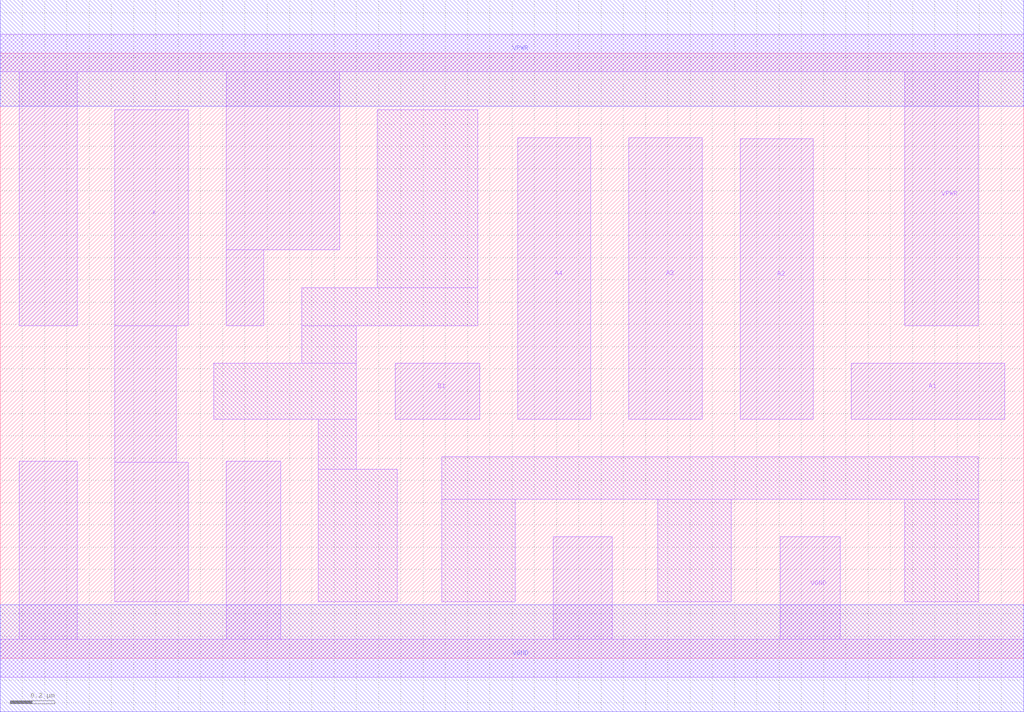
<source format=lef>
# Copyright 2020 The SkyWater PDK Authors
#
# Licensed under the Apache License, Version 2.0 (the "License");
# you may not use this file except in compliance with the License.
# You may obtain a copy of the License at
#
#     https://www.apache.org/licenses/LICENSE-2.0
#
# Unless required by applicable law or agreed to in writing, software
# distributed under the License is distributed on an "AS IS" BASIS,
# WITHOUT WARRANTIES OR CONDITIONS OF ANY KIND, either express or implied.
# See the License for the specific language governing permissions and
# limitations under the License.
#
# SPDX-License-Identifier: Apache-2.0

VERSION 5.5 ;
NAMESCASESENSITIVE ON ;
BUSBITCHARS "[]" ;
DIVIDERCHAR "/" ;
MACRO sky130_fd_sc_hd__o41a_2
  CLASS CORE ;
  SOURCE USER ;
  ORIGIN  0.000000  0.000000 ;
  SIZE  4.600000 BY  2.720000 ;
  SYMMETRY X Y R90 ;
  SITE unithd ;
  PIN A1
    ANTENNAGATEAREA  0.247500 ;
    DIRECTION INPUT ;
    USE SIGNAL ;
    PORT
      LAYER li1 ;
        RECT 3.825000 1.075000 4.515000 1.325000 ;
    END
  END A1
  PIN A2
    ANTENNAGATEAREA  0.247500 ;
    DIRECTION INPUT ;
    USE SIGNAL ;
    PORT
      LAYER li1 ;
        RECT 3.325000 1.075000 3.655000 2.335000 ;
    END
  END A2
  PIN A3
    ANTENNAGATEAREA  0.247500 ;
    DIRECTION INPUT ;
    USE SIGNAL ;
    PORT
      LAYER li1 ;
        RECT 2.825000 1.075000 3.155000 2.340000 ;
    END
  END A3
  PIN A4
    ANTENNAGATEAREA  0.247500 ;
    DIRECTION INPUT ;
    USE SIGNAL ;
    PORT
      LAYER li1 ;
        RECT 2.325000 1.075000 2.655000 2.340000 ;
    END
  END A4
  PIN B1
    ANTENNAGATEAREA  0.247500 ;
    DIRECTION INPUT ;
    USE SIGNAL ;
    PORT
      LAYER li1 ;
        RECT 1.775000 1.075000 2.155000 1.325000 ;
    END
  END B1
  PIN X
    ANTENNADIFFAREA  0.445500 ;
    DIRECTION OUTPUT ;
    USE SIGNAL ;
    PORT
      LAYER li1 ;
        RECT 0.515000 0.255000 0.845000 0.880000 ;
        RECT 0.515000 0.880000 0.790000 1.495000 ;
        RECT 0.515000 1.495000 0.845000 2.465000 ;
    END
  END X
  PIN VGND
    DIRECTION INOUT ;
    SHAPE ABUTMENT ;
    USE GROUND ;
    PORT
      LAYER li1 ;
        RECT 0.000000 -0.085000 4.600000 0.085000 ;
        RECT 0.085000  0.085000 0.345000 0.885000 ;
        RECT 1.015000  0.085000 1.260000 0.885000 ;
        RECT 2.485000  0.085000 2.750000 0.545000 ;
        RECT 3.505000  0.085000 3.775000 0.545000 ;
    END
    PORT
      LAYER met1 ;
        RECT 0.000000 -0.240000 4.600000 0.240000 ;
    END
  END VGND
  PIN VPWR
    DIRECTION INOUT ;
    SHAPE ABUTMENT ;
    USE POWER ;
    PORT
      LAYER li1 ;
        RECT 0.000000 2.635000 4.600000 2.805000 ;
        RECT 0.085000 1.495000 0.345000 2.635000 ;
        RECT 1.015000 1.495000 1.185000 1.835000 ;
        RECT 1.015000 1.835000 1.525000 2.635000 ;
        RECT 4.065000 1.495000 4.395000 2.635000 ;
    END
    PORT
      LAYER met1 ;
        RECT 0.000000 2.480000 4.600000 2.960000 ;
    END
  END VPWR
  OBS
    LAYER li1 ;
      RECT 0.960000 1.075000 1.600000 1.325000 ;
      RECT 1.355000 1.325000 1.600000 1.495000 ;
      RECT 1.355000 1.495000 2.145000 1.665000 ;
      RECT 1.430000 0.255000 1.785000 0.850000 ;
      RECT 1.430000 0.850000 1.600000 1.075000 ;
      RECT 1.695000 1.665000 2.145000 2.465000 ;
      RECT 1.985000 0.255000 2.315000 0.715000 ;
      RECT 1.985000 0.715000 4.395000 0.905000 ;
      RECT 2.955000 0.255000 3.285000 0.715000 ;
      RECT 4.065000 0.255000 4.395000 0.715000 ;
  END
END sky130_fd_sc_hd__o41a_2

</source>
